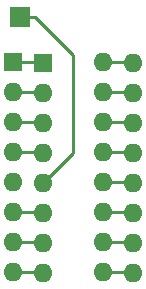
<source format=gbr>
%TF.GenerationSoftware,KiCad,Pcbnew,7.0.9*%
%TF.CreationDate,2024-04-23T21:06:01-07:00*%
%TF.ProjectId,U11-74LS138,5531312d-3734-44c5-9331-33382e6b6963,rev?*%
%TF.SameCoordinates,Original*%
%TF.FileFunction,Copper,L1,Top*%
%TF.FilePolarity,Positive*%
%FSLAX46Y46*%
G04 Gerber Fmt 4.6, Leading zero omitted, Abs format (unit mm)*
G04 Created by KiCad (PCBNEW 7.0.9) date 2024-04-23 21:06:01*
%MOMM*%
%LPD*%
G01*
G04 APERTURE LIST*
%TA.AperFunction,ComponentPad*%
%ADD10R,1.700000X1.700000*%
%TD*%
%TA.AperFunction,ComponentPad*%
%ADD11O,1.600000X1.600000*%
%TD*%
%TA.AperFunction,ComponentPad*%
%ADD12R,1.600000X1.600000*%
%TD*%
%TA.AperFunction,Conductor*%
%ADD13C,0.250000*%
%TD*%
G04 APERTURE END LIST*
D10*
%TO.P,U29,1,Pin_1*%
%TO.N,Net-(J1-Pin_1)*%
X147955000Y-86995000D03*
%TD*%
D11*
%TO.P,Ue,16,VCC*%
%TO.N,VCC*%
X154940000Y-90805000D03*
%TO.P,Ue,15,O0*%
%TO.N,Net-(SOCKET_74LS1-O0)*%
X154940000Y-93345000D03*
%TO.P,Ue,14,O1*%
%TO.N,Net-(SOCKET_74LS1-O1)*%
X154940000Y-95885000D03*
%TO.P,Ue,13,O2*%
%TO.N,Net-(SOCKET_74LS1-O2)*%
X154940000Y-98425000D03*
%TO.P,Ue,12,O3*%
%TO.N,Net-(SOCKET_74LS1-O3)*%
X154940000Y-100965000D03*
%TO.P,Ue,11,O4*%
%TO.N,Net-(SOCKET_74LS1-O4)*%
X154940000Y-103505000D03*
%TO.P,Ue,10,O5*%
%TO.N,Net-(SOCKET_74LS1-O5)*%
X154940000Y-106045000D03*
%TO.P,Ue,9,O6*%
%TO.N,Net-(SOCKET_74LS1-O6)*%
X154940000Y-108585000D03*
%TO.P,Ue,8,GND*%
%TO.N,GND*%
X147320000Y-108585000D03*
%TO.P,Ue,7,O7*%
%TO.N,Net-(SOCKET_74LS1-O7)*%
X147320000Y-106045000D03*
%TO.P,Ue,6,E3*%
%TO.N,Net-(SOCKET_74LS1-E3)*%
X147320000Y-103505000D03*
%TO.P,Ue,5,E2*%
%TO.N,unconnected-(U1-E2-Pad5)*%
X147320000Y-100965000D03*
%TO.P,Ue,4,E1*%
%TO.N,Net-(SOCKET_74LS1-E1)*%
X147320000Y-98425000D03*
%TO.P,Ue,3,A2*%
%TO.N,Net-(SOCKET_74LS1-A2)*%
X147320000Y-95885000D03*
%TO.P,Ue,2,A1*%
%TO.N,Net-(SOCKET_74LS1-A1)*%
X147320000Y-93345000D03*
D12*
%TO.P,Ue,1,A0*%
%TO.N,Net-(SOCKET_74LS1-A0)*%
X147320000Y-90805000D03*
%TD*%
%TO.P,SOCKET_74LS1,1,A0*%
%TO.N,Net-(SOCKET_74LS1-A0)*%
X149860000Y-90855000D03*
D11*
%TO.P,SOCKET_74LS1,2,A1*%
%TO.N,Net-(SOCKET_74LS1-A1)*%
X149860000Y-93395000D03*
%TO.P,SOCKET_74LS1,3,A2*%
%TO.N,Net-(SOCKET_74LS1-A2)*%
X149860000Y-95935000D03*
%TO.P,SOCKET_74LS1,4,E1*%
%TO.N,Net-(SOCKET_74LS1-E1)*%
X149860000Y-98475000D03*
%TO.P,SOCKET_74LS1,5,E2*%
%TO.N,Net-(J1-Pin_1)*%
X149860000Y-101015000D03*
%TO.P,SOCKET_74LS1,6,E3*%
%TO.N,Net-(SOCKET_74LS1-E3)*%
X149860000Y-103555000D03*
%TO.P,SOCKET_74LS1,7,O7*%
%TO.N,Net-(SOCKET_74LS1-O7)*%
X149860000Y-106095000D03*
%TO.P,SOCKET_74LS1,8,GND*%
%TO.N,GND*%
X149860000Y-108635000D03*
%TO.P,SOCKET_74LS1,9,O6*%
%TO.N,Net-(SOCKET_74LS1-O6)*%
X157480000Y-108635000D03*
%TO.P,SOCKET_74LS1,10,O5*%
%TO.N,Net-(SOCKET_74LS1-O5)*%
X157480000Y-106095000D03*
%TO.P,SOCKET_74LS1,11,O4*%
%TO.N,Net-(SOCKET_74LS1-O4)*%
X157480000Y-103555000D03*
%TO.P,SOCKET_74LS1,12,O3*%
%TO.N,Net-(SOCKET_74LS1-O3)*%
X157480000Y-101015000D03*
%TO.P,SOCKET_74LS1,13,O2*%
%TO.N,Net-(SOCKET_74LS1-O2)*%
X157480000Y-98475000D03*
%TO.P,SOCKET_74LS1,14,O1*%
%TO.N,Net-(SOCKET_74LS1-O1)*%
X157480000Y-95935000D03*
%TO.P,SOCKET_74LS1,15,O0*%
%TO.N,Net-(SOCKET_74LS1-O0)*%
X157480000Y-93395000D03*
%TO.P,SOCKET_74LS1,16,VCC*%
%TO.N,VCC*%
X157480000Y-90855000D03*
%TD*%
D13*
%TO.N,VCC*%
X157430000Y-90805000D02*
X157480000Y-90855000D01*
X154940000Y-90805000D02*
X157430000Y-90805000D01*
%TO.N,Net-(SOCKET_74LS1-O0)*%
X157430000Y-93345000D02*
X157480000Y-93395000D01*
X154940000Y-93345000D02*
X157430000Y-93345000D01*
%TO.N,Net-(SOCKET_74LS1-O1)*%
X157430000Y-95885000D02*
X157480000Y-95935000D01*
X154940000Y-95885000D02*
X157430000Y-95885000D01*
%TO.N,Net-(SOCKET_74LS1-O2)*%
X154940000Y-98425000D02*
X157430000Y-98425000D01*
X157430000Y-98425000D02*
X157480000Y-98475000D01*
%TO.N,Net-(SOCKET_74LS1-O3)*%
X157430000Y-100965000D02*
X157480000Y-101015000D01*
X154940000Y-100965000D02*
X157430000Y-100965000D01*
%TO.N,Net-(SOCKET_74LS1-O4)*%
X157430000Y-103505000D02*
X157480000Y-103555000D01*
X154940000Y-103505000D02*
X157430000Y-103505000D01*
%TO.N,Net-(SOCKET_74LS1-O5)*%
X157430000Y-106045000D02*
X157480000Y-106095000D01*
X154940000Y-106045000D02*
X157430000Y-106045000D01*
%TO.N,Net-(SOCKET_74LS1-O6)*%
X157430000Y-108585000D02*
X157480000Y-108635000D01*
X154940000Y-108585000D02*
X157430000Y-108585000D01*
%TO.N,GND*%
X149810000Y-108585000D02*
X149860000Y-108635000D01*
X147320000Y-108585000D02*
X149810000Y-108585000D01*
%TO.N,Net-(SOCKET_74LS1-O7)*%
X149810000Y-106045000D02*
X149860000Y-106095000D01*
X147320000Y-106045000D02*
X149810000Y-106045000D01*
%TO.N,Net-(SOCKET_74LS1-E3)*%
X149810000Y-103505000D02*
X149860000Y-103555000D01*
X147320000Y-103505000D02*
X149810000Y-103505000D01*
%TO.N,Net-(J1-Pin_1)*%
X152400000Y-90170000D02*
X152400000Y-98475000D01*
X149225000Y-86995000D02*
X152400000Y-90170000D01*
X147955000Y-86995000D02*
X149225000Y-86995000D01*
X149860000Y-101015000D02*
X152400000Y-98475000D01*
%TO.N,Net-(SOCKET_74LS1-E1)*%
X147320000Y-98425000D02*
X149810000Y-98425000D01*
X149810000Y-98425000D02*
X149860000Y-98475000D01*
%TO.N,Net-(SOCKET_74LS1-A2)*%
X149810000Y-95885000D02*
X149860000Y-95935000D01*
X147320000Y-95885000D02*
X149810000Y-95885000D01*
%TO.N,Net-(SOCKET_74LS1-A1)*%
X149810000Y-93345000D02*
X149860000Y-93395000D01*
X147320000Y-93345000D02*
X149810000Y-93345000D01*
%TO.N,Net-(SOCKET_74LS1-A0)*%
X149810000Y-90805000D02*
X149860000Y-90855000D01*
X147320000Y-90805000D02*
X149810000Y-90805000D01*
%TD*%
M02*

</source>
